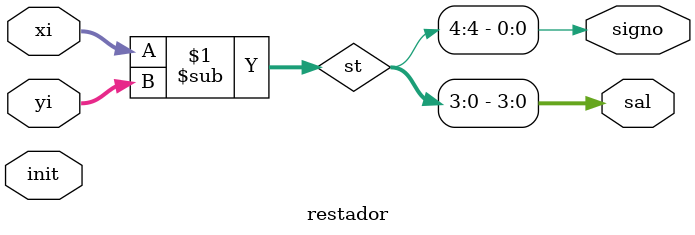
<source format=v>
`timescale 1ns / 1ps


module restador(init, xi, yi,sal, signo);

  input init;
  input [3 :0] xi;
  input [3 :0] yi;
  output [3 :0] sal;
  output signo;
  
  wire [4:0] st;
  assign sal= st[3:0];
  assign signo = st[4];

  assign st  = 	xi-yi;

endmodule
</source>
